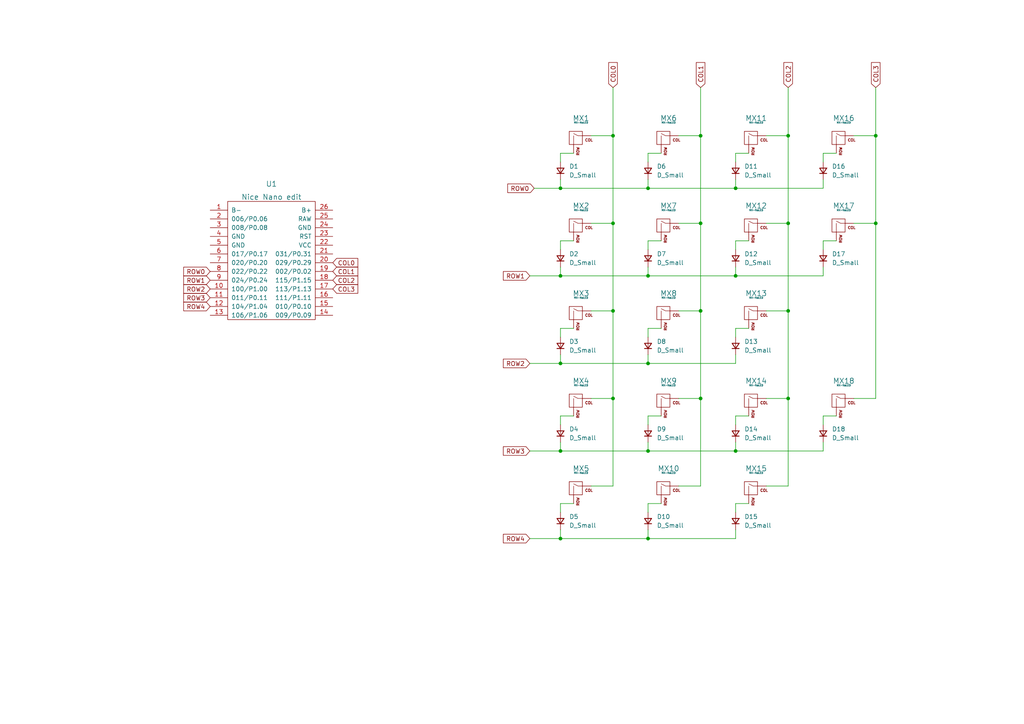
<source format=kicad_sch>
(kicad_sch (version 20211123) (generator eeschema)
  (paper "A4")
  (title_block (title "Nice Nano Numpad") (rev "1") (company "Soeren Imhof"))
  (lib_symbols
    (symbol "Device:D_Small" (pin_numbers hide) (pin_names (offset 0.254) hide)
      (property "Reference" "D" (at -1.27 2.032 0))
      (property "Value" "D_Small" (at -3.81 -2.032 0))
      (symbol "D_Small_0_1"
        (polyline (pts (xy -0.762 -1.016) (xy -0.762 1.016)) (stroke (width 0.254)))
        (polyline (pts (xy -0.762 0) (xy 0.762 0)))
        (polyline (pts (xy 0.762 -1.016) (xy -0.762 0) (xy 0.762 1.016) (xy 0.762 -1.016)) (stroke (width 0.254)))
      )
      (symbol "D_Small_1_1"
        (pin passive line (at -2.54 0 0) (length 1.778) (name "K") (number "1"))
        (pin passive line (at 2.54 0 180) (length 1.778) (name "A") (number "2"))
      )
    )
    (symbol "MX_Alps_Hybrid:MX-NoLED" (pin_names (offset 1.016))
      (property "Reference" "MX" (at -0.635 3.81 0))
      (property "Value" "MX-NoLED" (at -0.635 1.27 0))
      (symbol "MX-NoLED_0_0"
        (rectangle (start -2.54 2.54) (end 1.27 -1.27))
        (polyline (pts (xy -1.27 -1.27) (xy -1.27 1.27)) (stroke (width 0.127)))
        (polyline (pts (xy 1.27 1.27) (xy 0 1.27) (xy -1.27 1.905)) (stroke (width 0.127)))
        (text "COL" (at 3.175 0 0) (effects (font (size 0.762 0.762))))
        (text "ROW" (at 0 -1.905 900) (effects (font (size 0.762 0.762)) (justify right)))
      )
      (symbol "MX-NoLED_1_1"
        (pin passive line (at 3.81 1.27 180) (length 2.54) (name "COL") (number "1"))
        (pin passive line (at -1.27 -3.81 90) (length 2.54) (name "ROW") (number "2"))
      )
    )
    (symbol "keebio:ProMicro" (pin_names (offset 1.016))
      (property "Reference" "U1" (at 0 21.59 0))
      (property "Value" "Nice Nano edit" (at 0 17.78 0))
      (symbol "ProMicro_0_1"
        (rectangle (start -12.7 16.51) (end 12.7 -17.78))
      )
      (symbol "ProMicro_1_1"
        (pin input line (at -17.78 13.97 0) (length 5.08) (name "B-") (number "1"))
        (pin input line (at -17.78 -8.89 0) (length 5.08) (name "100/P1.00") (number "10"))
        (pin input line (at -17.78 -11.43 0) (length 5.08) (name "011/P0.11") (number "11"))
        (pin input line (at -17.78 -13.97 0) (length 5.08) (name "104/P1.04") (number "12"))
        (pin input line (at -17.78 -16.51 0) (length 5.08) (name "106/P1.06") (number "13"))
        (pin input line (at 17.78 -16.51 180) (length 5.08) (name "009/P0.09") (number "14"))
        (pin input line (at 17.78 -13.97 180) (length 5.08) (name "010/P0.10") (number "15"))
        (pin input line (at 17.78 -11.43 180) (length 5.08) (name "111/P1.11") (number "16"))
        (pin input line (at 17.78 -8.89 180) (length 5.08) (name "113/P1.13") (number "17"))
        (pin input line (at 17.78 -6.35 180) (length 5.08) (name "115/P1.15") (number "18"))
        (pin input line (at 17.78 -3.81 180) (length 5.08) (name "002/P0.02") (number "19"))
        (pin input line (at -17.78 11.43 0) (length 5.08) (name "006/P0.06") (number "2"))
        (pin input line (at 17.78 -1.27 180) (length 5.08) (name "029/P0.29") (number "20"))
        (pin input line (at 17.78 1.27 180) (length 5.08) (name "031/P0.31") (number "21"))
        (pin input line (at 17.78 3.81 180) (length 5.08) (name "VCC") (number "22"))
        (pin input line (at 17.78 6.35 180) (length 5.08) (name "RST") (number "23"))
        (pin input line (at 17.78 8.89 180) (length 5.08) (name "GND") (number "24"))
        (pin input line (at 17.78 11.43 180) (length 5.08) (name "RAW") (number "25"))
        (pin input line (at 17.78 13.97 180) (length 5.08) (name "B+") (number "26"))
        (pin input line (at -17.78 8.89 0) (length 5.08) (name "008/P0.08") (number "3"))
        (pin input line (at -17.78 6.35 0) (length 5.08) (name "GND") (number "4"))
        (pin input line (at -17.78 3.81 0) (length 5.08) (name "GND") (number "5"))
        (pin input line (at -17.78 1.27 0) (length 5.08) (name "017/P0.17") (number "6"))
        (pin input line (at -17.78 -1.27 0) (length 5.08) (name "020/P0.20") (number "7"))
        (pin input line (at -17.78 -3.81 0) (length 5.08) (name "022/P0.22") (number "8"))
        (pin input line (at -17.78 -6.35 0) (length 5.08) (name "024/P0.24") (number "9"))
      )
    )
  )
  (junction (at 254 39.37))
  (junction (at 177.8 64.77))
  (junction (at 254 64.77))
  (junction (at 187.96 130.81))
  (junction (at 177.8 115.57))
  (junction (at 162.56 80.01))
  (junction (at 213.36 80.01))
  (junction (at 177.8 90.17))
  (junction (at 187.96 80.01))
  (junction (at 203.2 39.37))
  (junction (at 187.96 105.41))
  (junction (at 187.96 156.21))
  (junction (at 213.36 130.81))
  (junction (at 203.2 115.57))
  (junction (at 228.6 90.17))
  (junction (at 162.56 156.21))
  (junction (at 228.6 115.57))
  (junction (at 177.8 39.37))
  (junction (at 228.6 39.37))
  (junction (at 203.2 90.17))
  (junction (at 203.2 64.77))
  (junction (at 162.56 105.41))
  (junction (at 228.6 64.77))
  (junction (at 187.96 54.61))
  (junction (at 162.56 130.81))
  (junction (at 162.56 54.61))
  (junction (at 213.36 54.61))
  (wire (pts (xy 238.76 54.61) (xy 213.36 54.61)))
  (wire (pts (xy 162.56 69.85) (xy 162.56 72.39)))
  (wire (pts (xy 191.77 44.45) (xy 187.96 44.45)))
  (wire (pts (xy 171.45 90.17) (xy 177.8 90.17)))
  (wire (pts (xy 162.56 102.87) (xy 162.56 105.41)))
  (wire (pts (xy 217.17 44.45) (xy 213.36 44.45)))
  (wire (pts (xy 213.36 156.21) (xy 213.36 153.67)))
  (wire (pts (xy 187.96 95.25) (xy 187.96 97.79)))
  (wire (pts (xy 162.56 156.21) (xy 187.96 156.21)))
  (wire (pts (xy 187.96 130.81) (xy 213.36 130.81)))
  (wire (pts (xy 213.36 69.85) (xy 213.36 72.39)))
  (wire (pts (xy 177.8 25.4) (xy 177.8 39.37)))
  (wire (pts (xy 177.8 90.17) (xy 177.8 115.57)))
  (wire (pts (xy 171.45 39.37) (xy 177.8 39.37)))
  (wire (pts (xy 187.96 156.21) (xy 213.36 156.21)))
  (wire (pts (xy 162.56 130.81) (xy 187.96 130.81)))
  (wire (pts (xy 187.96 52.07) (xy 187.96 54.61)))
  (wire (pts (xy 191.77 95.25) (xy 187.96 95.25)))
  (wire (pts (xy 187.96 77.47) (xy 187.96 80.01)))
  (wire (pts (xy 166.37 146.05) (xy 162.56 146.05)))
  (wire (pts (xy 171.45 115.57) (xy 177.8 115.57)))
  (wire (pts (xy 213.36 44.45) (xy 213.36 46.99)))
  (wire (pts (xy 238.76 120.65) (xy 238.76 123.19)))
  (wire (pts (xy 191.77 69.85) (xy 187.96 69.85)))
  (wire (pts (xy 162.56 153.67) (xy 162.56 156.21)))
  (wire (pts (xy 187.96 54.61) (xy 162.56 54.61)))
  (wire (pts (xy 187.96 146.05) (xy 187.96 148.59)))
  (wire (pts (xy 213.36 95.25) (xy 213.36 97.79)))
  (wire (pts (xy 242.57 44.45) (xy 238.76 44.45)))
  (wire (pts (xy 171.45 64.77) (xy 177.8 64.77)))
  (wire (pts (xy 228.6 64.77) (xy 228.6 90.17)))
  (wire (pts (xy 213.36 128.27) (xy 213.36 130.81)))
  (wire (pts (xy 203.2 140.97) (xy 203.2 115.57)))
  (wire (pts (xy 217.17 69.85) (xy 213.36 69.85)))
  (wire (pts (xy 177.8 140.97) (xy 171.45 140.97)))
  (wire (pts (xy 203.2 90.17) (xy 203.2 64.77)))
  (wire (pts (xy 191.77 146.05) (xy 187.96 146.05)))
  (wire (pts (xy 162.56 130.81) (xy 153.67 130.81)))
  (wire (pts (xy 222.25 64.77) (xy 228.6 64.77)))
  (wire (pts (xy 162.56 80.01) (xy 153.67 80.01)))
  (wire (pts (xy 238.76 44.45) (xy 238.76 46.99)))
  (wire (pts (xy 162.56 52.07) (xy 162.56 54.61)))
  (wire (pts (xy 187.96 44.45) (xy 187.96 46.99)))
  (wire (pts (xy 153.67 105.41) (xy 162.56 105.41)))
  (wire (pts (xy 196.85 90.17) (xy 203.2 90.17)))
  (wire (pts (xy 196.85 64.77) (xy 203.2 64.77)))
  (wire (pts (xy 254 25.4) (xy 254 39.37)))
  (wire (pts (xy 242.57 69.85) (xy 238.76 69.85)))
  (wire (pts (xy 213.36 105.41) (xy 213.36 102.87)))
  (wire (pts (xy 222.25 115.57) (xy 228.6 115.57)))
  (wire (pts (xy 166.37 120.65) (xy 162.56 120.65)))
  (wire (pts (xy 254 39.37) (xy 254 64.77)))
  (wire (pts (xy 162.56 146.05) (xy 162.56 148.59)))
  (wire (pts (xy 187.96 120.65) (xy 187.96 123.19)))
  (wire (pts (xy 238.76 52.07) (xy 238.76 54.61)))
  (wire (pts (xy 217.17 95.25) (xy 213.36 95.25)))
  (wire (pts (xy 166.37 69.85) (xy 162.56 69.85)))
  (wire (pts (xy 238.76 77.47) (xy 238.76 80.01)))
  (wire (pts (xy 177.8 39.37) (xy 177.8 64.77)))
  (wire (pts (xy 213.36 120.65) (xy 213.36 123.19)))
  (wire (pts (xy 162.56 80.01) (xy 187.96 80.01)))
  (wire (pts (xy 162.56 120.65) (xy 162.56 123.19)))
  (wire (pts (xy 213.36 80.01) (xy 238.76 80.01)))
  (wire (pts (xy 242.57 120.65) (xy 238.76 120.65)))
  (wire (pts (xy 203.2 39.37) (xy 203.2 25.4)))
  (wire (pts (xy 247.65 39.37) (xy 254 39.37)))
  (wire (pts (xy 238.76 128.27) (xy 238.76 130.81)))
  (wire (pts (xy 187.96 80.01) (xy 213.36 80.01)))
  (wire (pts (xy 228.6 39.37) (xy 228.6 64.77)))
  (wire (pts (xy 238.76 69.85) (xy 238.76 72.39)))
  (wire (pts (xy 187.96 69.85) (xy 187.96 72.39)))
  (wire (pts (xy 196.85 140.97) (xy 203.2 140.97)))
  (wire (pts (xy 213.36 130.81) (xy 238.76 130.81)))
  (wire (pts (xy 162.56 105.41) (xy 187.96 105.41)))
  (wire (pts (xy 203.2 115.57) (xy 203.2 90.17)))
  (wire (pts (xy 213.36 54.61) (xy 187.96 54.61)))
  (wire (pts (xy 213.36 146.05) (xy 213.36 148.59)))
  (wire (pts (xy 228.6 25.4) (xy 228.6 39.37)))
  (wire (pts (xy 166.37 44.45) (xy 162.56 44.45)))
  (wire (pts (xy 228.6 140.97) (xy 222.25 140.97)))
  (wire (pts (xy 187.96 128.27) (xy 187.96 130.81)))
  (wire (pts (xy 153.67 156.21) (xy 162.56 156.21)))
  (wire (pts (xy 191.77 120.65) (xy 187.96 120.65)))
  (wire (pts (xy 162.56 95.25) (xy 162.56 97.79)))
  (wire (pts (xy 247.65 64.77) (xy 254 64.77)))
  (wire (pts (xy 196.85 39.37) (xy 203.2 39.37)))
  (wire (pts (xy 217.17 146.05) (xy 213.36 146.05)))
  (wire (pts (xy 254 115.57) (xy 247.65 115.57)))
  (wire (pts (xy 187.96 105.41) (xy 213.36 105.41)))
  (wire (pts (xy 222.25 39.37) (xy 228.6 39.37)))
  (wire (pts (xy 162.56 128.27) (xy 162.56 130.81)))
  (wire (pts (xy 162.56 44.45) (xy 162.56 46.99)))
  (wire (pts (xy 213.36 77.47) (xy 213.36 80.01)))
  (wire (pts (xy 166.37 95.25) (xy 162.56 95.25)))
  (wire (pts (xy 213.36 52.07) (xy 213.36 54.61)))
  (wire (pts (xy 222.25 90.17) (xy 228.6 90.17)))
  (wire (pts (xy 187.96 153.67) (xy 187.96 156.21)))
  (wire (pts (xy 162.56 77.47) (xy 162.56 80.01)))
  (wire (pts (xy 228.6 115.57) (xy 228.6 140.97)))
  (wire (pts (xy 254 64.77) (xy 254 115.57)))
  (wire (pts (xy 228.6 90.17) (xy 228.6 115.57)))
  (wire (pts (xy 187.96 102.87) (xy 187.96 105.41)))
  (wire (pts (xy 177.8 64.77) (xy 177.8 90.17)))
  (wire (pts (xy 217.17 120.65) (xy 213.36 120.65)))
  (wire (pts (xy 203.2 64.77) (xy 203.2 39.37)))
  (wire (pts (xy 196.85 115.57) (xy 203.2 115.57)))
  (wire (pts (xy 177.8 115.57) (xy 177.8 140.97)))
  (wire (pts (xy 162.56 54.61) (xy 154.94 54.61)))
  (global_label "ROW4" (shape input) (at 153.67 156.21 180) (property "Intersheet References" "${INTERSHEET_REFS}" (effects hide)))
  (global_label "COL3" (shape input) (at 254 25.4 90) (property "Intersheet References" "${INTERSHEET_REFS}" (effects hide)))
  (global_label "ROW3" (shape input) (at 153.67 130.81 180) (property "Intersheet References" "${INTERSHEET_REFS}" (effects hide)))
  (global_label "COL1" (shape input) (at 96.52 78.74 0) (property "Intersheet References" "${INTERSHEET_REFS}" (effects hide)))
  (global_label "ROW0" (shape input) (at 60.96 78.74 180) (property "Intersheet References" "${INTERSHEET_REFS}" (effects hide)))
  (global_label "ROW2" (shape input) (at 60.96 83.82 180) (property "Intersheet References" "${INTERSHEET_REFS}" (effects hide)))
  (global_label "COL2" (shape input) (at 228.6 25.4 90) (property "Intersheet References" "${INTERSHEET_REFS}" (effects hide)))
  (global_label "COL3" (shape input) (at 96.52 83.82 0) (property "Intersheet References" "${INTERSHEET_REFS}" (effects hide)))
  (global_label "COL2" (shape input) (at 96.52 81.28 0) (property "Intersheet References" "${INTERSHEET_REFS}" (effects hide)))
  (global_label "COL0" (shape input) (at 177.8 25.4 90) (property "Intersheet References" "${INTERSHEET_REFS}" (effects hide)))
  (global_label "ROW1" (shape input) (at 60.96 81.28 180) (property "Intersheet References" "${INTERSHEET_REFS}" (effects hide)))
  (global_label "ROW4" (shape input) (at 60.96 88.9 180) (property "Intersheet References" "${INTERSHEET_REFS}" (effects hide)))
  (global_label "ROW1" (shape input) (at 153.67 80.01 180) (property "Intersheet References" "${INTERSHEET_REFS}" (effects hide)))
  (global_label "ROW0" (shape input) (at 154.94 54.61 180) (property "Intersheet References" "${INTERSHEET_REFS}" (effects hide)))
  (global_label "COL1" (shape input) (at 203.2 25.4 90) (property "Intersheet References" "${INTERSHEET_REFS}" (effects hide)))
  (global_label "ROW3" (shape input) (at 60.96 86.36 180) (property "Intersheet References" "${INTERSHEET_REFS}" (effects hide)))
  (global_label "COL0" (shape input) (at 96.52 76.2 0) (property "Intersheet References" "${INTERSHEET_REFS}" (effects hide)))
  (global_label "ROW2" (shape input) (at 153.67 105.41 180) (property "Intersheet References" "${INTERSHEET_REFS}" (effects hide)))
  (symbol (lib_id "MX_Alps_Hybrid:MX-NoLED") (at 193.04 66.04 0) (unit 1)
    (property "Reference" "MX7" (at 193.9256 59.69 0) (effects (font (size 1.524 1.524))))
    (property "Value" "MX-NoLED" (at 193.9256 60.96 0) (effects (font (size 0.508 0.508))))
    (property "Footprint" "MX_Only:MXOnly-1U-Hotswap" (effects hide))
  )
  (symbol (lib_id "Device:D_Small") (at 213.36 125.73 90) (unit 1)
    (property "Reference" "D14" (at 215.9 124.4599 90) (effects (justify right)))
    (property "Value" "D_Small" (at 215.9 126.9999 90) (effects (justify right)))
    (property "Footprint" "Diode_SMD:D_SOD-123" (effects hide))
  )
  (symbol (lib_id "MX_Alps_Hybrid:MX-NoLED") (at 193.04 116.84 0) (unit 1)
    (property "Reference" "MX9" (at 193.9256 110.49 0) (effects (font (size 1.524 1.524))))
    (property "Value" "MX-NoLED" (at 193.9256 111.76 0) (effects (font (size 0.508 0.508))))
    (property "Footprint" "MX_Only:MXOnly-1U-Hotswap" (effects hide))
  )
  (symbol (lib_id "Device:D_Small") (at 162.56 49.53 90) (unit 1)
    (property "Reference" "D1" (at 165.1 48.2599 90) (effects (justify right)))
    (property "Value" "D_Small" (at 165.1 50.7999 90) (effects (justify right)))
    (property "Footprint" "Diode_SMD:D_SOD-123" (effects hide))
  )
  (symbol (lib_id "Device:D_Small") (at 162.56 100.33 90) (unit 1)
    (property "Reference" "D3" (at 165.1 99.0599 90) (effects (justify right)))
    (property "Value" "D_Small" (at 165.1 101.5999 90) (effects (justify right)))
    (property "Footprint" "Diode_SMD:D_SOD-123" (effects hide))
  )
  (symbol (lib_id "Device:D_Small") (at 213.36 49.53 90) (unit 1)
    (property "Reference" "D11" (at 215.9 48.2599 90) (effects (justify right)))
    (property "Value" "D_Small" (at 215.9 50.7999 90) (effects (justify right)))
    (property "Footprint" "Diode_SMD:D_SOD-123" (effects hide))
  )
  (symbol (lib_id "Device:D_Small") (at 187.96 100.33 90) (unit 1)
    (property "Reference" "D8" (at 190.5 99.0599 90) (effects (justify right)))
    (property "Value" "D_Small" (at 190.5 101.5999 90) (effects (justify right)))
    (property "Footprint" "Diode_SMD:D_SOD-123" (effects hide))
  )
  (symbol (lib_id "MX_Alps_Hybrid:MX-NoLED") (at 218.44 91.44 0) (unit 1)
    (property "Reference" "MX13" (at 219.3256 85.09 0) (effects (font (size 1.524 1.524))))
    (property "Value" "MX-NoLED" (at 219.3256 86.36 0) (effects (font (size 0.508 0.508))))
    (property "Footprint" "MX_Only:MXOnly-1U-Hotswap" (effects hide))
  )
  (symbol (lib_id "Device:D_Small") (at 213.36 100.33 90) (unit 1)
    (property "Reference" "D13" (at 215.9 99.0599 90) (effects (justify right)))
    (property "Value" "D_Small" (at 215.9 101.5999 90) (effects (justify right)))
    (property "Footprint" "Diode_SMD:D_SOD-123" (effects hide))
  )
  (symbol (lib_id "keebio:ProMicro") (at 78.74 74.93 0) (unit 1)
    (property "Reference" "U1" (at 78.74 53.34 0) (effects (font (size 1.524 1.524))))
    (property "Value" "Nice Nano edit" (at 78.74 57.15 0) (effects (font (size 1.524 1.524))))
    (property "Footprint" "SofleKeyboard-footprint:ArduinoProMicro-ZigZag-DoubleSided" (effects hide))
  )
  (symbol (lib_id "Device:D_Small") (at 238.76 125.73 90) (unit 1)
    (property "Reference" "D18" (at 241.3 124.4599 90) (effects (justify right)))
    (property "Value" "D_Small" (at 241.3 126.9999 90) (effects (justify right)))
    (property "Footprint" "Diode_SMD:D_SOD-123" (effects hide))
  )
  (symbol (lib_id "Device:D_Small") (at 187.96 49.53 90) (unit 1)
    (property "Reference" "D6" (at 190.5 48.2599 90) (effects (justify right)))
    (property "Value" "D_Small" (at 190.5 50.7999 90) (effects (justify right)))
    (property "Footprint" "Diode_SMD:D_SOD-123" (effects hide))
  )
  (symbol (lib_id "Device:D_Small") (at 162.56 74.93 90) (unit 1)
    (property "Reference" "D2" (at 165.1 73.6599 90) (effects (justify right)))
    (property "Value" "D_Small" (at 165.1 76.1999 90) (effects (justify right)))
    (property "Footprint" "Diode_SMD:D_SOD-123" (effects hide))
  )
  (symbol (lib_id "MX_Alps_Hybrid:MX-NoLED") (at 167.64 66.04 0) (unit 1)
    (property "Reference" "MX2" (at 168.5256 59.69 0) (effects (font (size 1.524 1.524))))
    (property "Value" "MX-NoLED" (at 168.5256 60.96 0) (effects (font (size 0.508 0.508))))
    (property "Footprint" "MX_Only:MXOnly-1U-Hotswap" (effects hide))
  )
  (symbol (lib_id "MX_Alps_Hybrid:MX-NoLED") (at 167.64 142.24 0) (unit 1)
    (property "Reference" "MX5" (at 168.5256 135.89 0) (effects (font (size 1.524 1.524))))
    (property "Value" "MX-NoLED" (at 168.5256 137.16 0) (effects (font (size 0.508 0.508))))
    (property "Footprint" "MX_Only:MXOnly-1U-Hotswap" (effects hide))
  )
  (symbol (lib_id "Device:D_Small") (at 187.96 125.73 90) (unit 1)
    (property "Reference" "D9" (at 190.5 124.4599 90) (effects (justify right)))
    (property "Value" "D_Small" (at 190.5 126.9999 90) (effects (justify right)))
    (property "Footprint" "Diode_SMD:D_SOD-123" (effects hide))
  )
  (symbol (lib_id "MX_Alps_Hybrid:MX-NoLED") (at 167.64 116.84 0) (unit 1)
    (property "Reference" "MX4" (at 168.5256 110.49 0) (effects (font (size 1.524 1.524))))
    (property "Value" "MX-NoLED" (at 168.5256 111.76 0) (effects (font (size 0.508 0.508))))
    (property "Footprint" "MX_Only:MXOnly-1U-Hotswap" (effects hide))
  )
  (symbol (lib_id "MX_Alps_Hybrid:MX-NoLED") (at 243.84 116.84 0) (unit 1)
    (property "Reference" "MX18" (at 244.7256 110.49 0) (effects (font (size 1.524 1.524))))
    (property "Value" "MX-NoLED" (at 244.7256 111.76 0) (effects (font (size 0.508 0.508))))
    (property "Footprint" "MX_Only:MXOnly-2U-Hotswap-VerticalStabilizers" (effects hide))
  )
  (symbol (lib_id "MX_Alps_Hybrid:MX-NoLED") (at 218.44 66.04 0) (unit 1)
    (property "Reference" "MX12" (at 219.3256 59.69 0) (effects (font (size 1.524 1.524))))
    (property "Value" "MX-NoLED" (at 219.3256 60.96 0) (effects (font (size 0.508 0.508))))
    (property "Footprint" "MX_Only:MXOnly-1U-Hotswap" (effects hide))
  )
  (symbol (lib_id "Device:D_Small") (at 162.56 125.73 90) (unit 1)
    (property "Reference" "D4" (at 165.1 124.4599 90) (effects (justify right)))
    (property "Value" "D_Small" (at 165.1 126.9999 90) (effects (justify right)))
    (property "Footprint" "Diode_SMD:D_SOD-123" (effects hide))
  )
  (symbol (lib_id "Device:D_Small") (at 238.76 74.93 90) (unit 1)
    (property "Reference" "D17" (at 241.3 73.6599 90) (effects (justify right)))
    (property "Value" "D_Small" (at 241.3 76.1999 90) (effects (justify right)))
    (property "Footprint" "Diode_SMD:D_SOD-123" (effects hide))
  )
  (symbol (lib_id "MX_Alps_Hybrid:MX-NoLED") (at 193.04 142.24 0) (unit 1)
    (property "Reference" "MX10" (at 193.9256 135.89 0) (effects (font (size 1.524 1.524))))
    (property "Value" "MX-NoLED" (at 193.9256 137.16 0) (effects (font (size 0.508 0.508))))
    (property "Footprint" "MX_Only:MXOnly-1U-Hotswap" (effects hide))
  )
  (symbol (lib_id "Device:D_Small") (at 213.36 74.93 90) (unit 1)
    (property "Reference" "D12" (at 215.9 73.6599 90) (effects (justify right)))
    (property "Value" "D_Small" (at 215.9 76.1999 90) (effects (justify right)))
    (property "Footprint" "Diode_SMD:D_SOD-123" (effects hide))
  )
  (symbol (lib_id "MX_Alps_Hybrid:MX-NoLED") (at 167.64 40.64 0) (unit 1)
    (property "Reference" "MX1" (at 168.5256 34.29 0) (effects (font (size 1.524 1.524))))
    (property "Value" "MX-NoLED" (at 168.5256 35.56 0) (effects (font (size 0.508 0.508))))
    (property "Footprint" "MX_Only:MXOnly-1U-Hotswap" (effects hide))
  )
  (symbol (lib_id "MX_Alps_Hybrid:MX-NoLED") (at 193.04 91.44 0) (unit 1)
    (property "Reference" "MX8" (at 193.9256 85.09 0) (effects (font (size 1.524 1.524))))
    (property "Value" "MX-NoLED" (at 193.9256 86.36 0) (effects (font (size 0.508 0.508))))
    (property "Footprint" "MX_Only:MXOnly-1U-Hotswap" (effects hide))
  )
  (symbol (lib_id "Device:D_Small") (at 213.36 151.13 90) (unit 1)
    (property "Reference" "D15" (at 215.9 149.8599 90) (effects (justify right)))
    (property "Value" "D_Small" (at 215.9 152.3999 90) (effects (justify right)))
    (property "Footprint" "Diode_SMD:D_SOD-123" (effects hide))
  )
  (symbol (lib_id "Device:D_Small") (at 187.96 151.13 90) (unit 1)
    (property "Reference" "D10" (at 190.5 149.8599 90) (effects (justify right)))
    (property "Value" "D_Small" (at 190.5 152.3999 90) (effects (justify right)))
    (property "Footprint" "Diode_SMD:D_SOD-123" (effects hide))
  )
  (symbol (lib_id "Device:D_Small") (at 187.96 74.93 90) (unit 1)
    (property "Reference" "D7" (at 190.5 73.6599 90) (effects (justify right)))
    (property "Value" "D_Small" (at 190.5 76.1999 90) (effects (justify right)))
    (property "Footprint" "Diode_SMD:D_SOD-123" (effects hide))
  )
  (symbol (lib_id "MX_Alps_Hybrid:MX-NoLED") (at 167.64 91.44 0) (unit 1)
    (property "Reference" "MX3" (at 168.5256 85.09 0) (effects (font (size 1.524 1.524))))
    (property "Value" "MX-NoLED" (at 168.5256 86.36 0) (effects (font (size 0.508 0.508))))
    (property "Footprint" "MX_Only:MXOnly-1U-Hotswap" (effects hide))
  )
  (symbol (lib_id "Device:D_Small") (at 162.56 151.13 90) (unit 1)
    (property "Reference" "D5" (at 165.1 149.8599 90) (effects (justify right)))
    (property "Value" "D_Small" (at 165.1 152.3999 90) (effects (justify right)))
    (property "Footprint" "Diode_SMD:D_SOD-123" (effects hide))
  )
  (symbol (lib_id "MX_Alps_Hybrid:MX-NoLED") (at 193.04 40.64 0) (unit 1)
    (property "Reference" "MX6" (at 193.9256 34.29 0) (effects (font (size 1.524 1.524))))
    (property "Value" "MX-NoLED" (at 193.9256 35.56 0) (effects (font (size 0.508 0.508))))
    (property "Footprint" "MX_Only:MXOnly-1U-Hotswap" (effects hide))
  )
  (symbol (lib_id "MX_Alps_Hybrid:MX-NoLED") (at 243.84 66.04 0) (unit 1)
    (property "Reference" "MX17" (at 244.7256 59.69 0) (effects (font (size 1.524 1.524))))
    (property "Value" "MX-NoLED" (at 244.7256 60.96 0) (effects (font (size 0.508 0.508))))
    (property "Footprint" "MX_Only:MXOnly-2U-Hotswap-VerticalStabilizers" (effects hide))
  )
  (symbol (lib_id "MX_Alps_Hybrid:MX-NoLED") (at 218.44 142.24 0) (unit 1)
    (property "Reference" "MX15" (at 219.3256 135.89 0) (effects (font (size 1.524 1.524))))
    (property "Value" "MX-NoLED" (at 219.3256 137.16 0) (effects (font (size 0.508 0.508))))
    (property "Footprint" "MX_Only:MXOnly-1U-Hotswap" (effects hide))
  )
  (symbol (lib_id "MX_Alps_Hybrid:MX-NoLED") (at 218.44 40.64 0) (unit 1)
    (property "Reference" "MX11" (at 219.3256 34.29 0) (effects (font (size 1.524 1.524))))
    (property "Value" "MX-NoLED" (at 219.3256 35.56 0) (effects (font (size 0.508 0.508))))
    (property "Footprint" "MX_Only:MXOnly-1U-Hotswap" (effects hide))
  )
  (symbol (lib_id "MX_Alps_Hybrid:MX-NoLED") (at 243.84 40.64 0) (unit 1)
    (property "Reference" "MX16" (at 244.7256 34.29 0) (effects (font (size 1.524 1.524))))
    (property "Value" "MX-NoLED" (at 244.7256 35.56 0) (effects (font (size 0.508 0.508))))
    (property "Footprint" "MX_Only:MXOnly-1U-Hotswap" (effects hide))
  )
  (symbol (lib_id "Device:D_Small") (at 238.76 49.53 90) (unit 1)
    (property "Reference" "D16" (at 241.3 48.2599 90) (effects (justify right)))
    (property "Value" "D_Small" (at 241.3 50.7999 90) (effects (justify right)))
    (property "Footprint" "Diode_SMD:D_SOD-123" (effects hide))
  )
  (symbol (lib_id "MX_Alps_Hybrid:MX-NoLED") (at 218.44 116.84 0) (unit 1)
    (property "Reference" "MX14" (at 219.3256 110.49 0) (effects (font (size 1.524 1.524))))
    (property "Value" "MX-NoLED" (at 219.3256 111.76 0) (effects (font (size 0.508 0.508))))
    (property "Footprint" "MX_Only:MXOnly-1U-Hotswap" (effects hide))
  )
)
</source>
